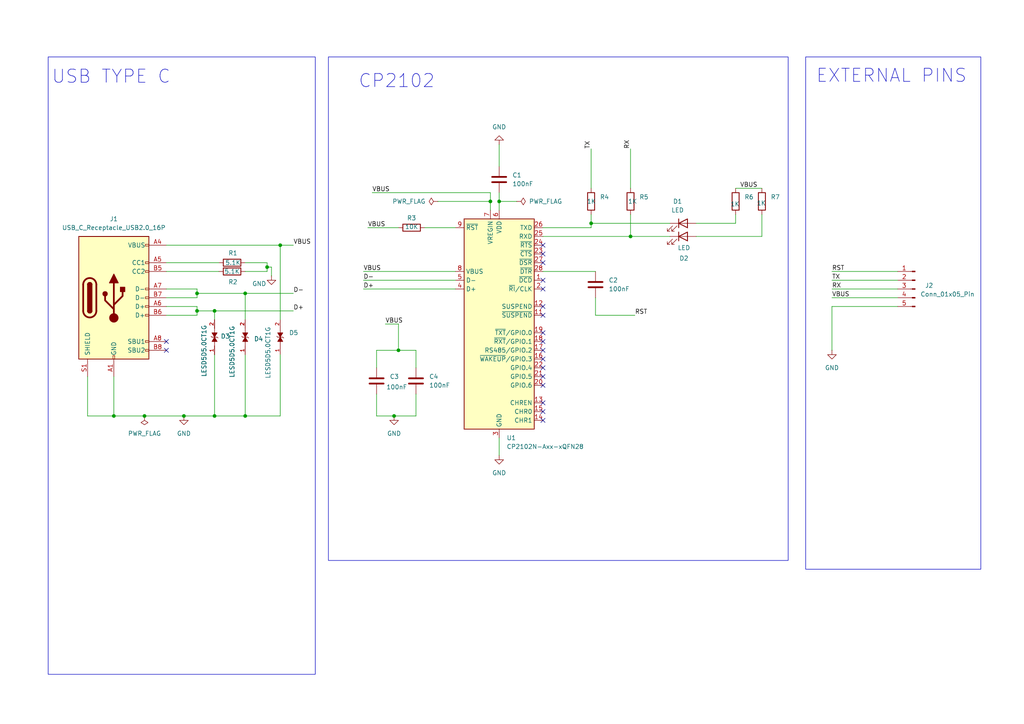
<source format=kicad_sch>
(kicad_sch (version 20250114) (generator "eeschema") (generator_version "9.0")
  (paper "A4")
  (title_block (title "USB to UART Converter with CP2102") (company "FirmwareX") (comment 1 "Drawn by Prathmesh"))
  (lib_symbols
    (symbol "Connector:Conn_01x05_Pin" (pin_names (offset 1.016) (hide yes))
      (property "Reference" "J" (at 0 7.62 0))
      (property "Value" "Conn_01x05_Pin" (at 0 -7.62 0))
      (symbol "Conn_01x05_Pin_1_1"
        (rectangle (start 0.8636 5.207) (end 0 4.953) (stroke (width 0.1524)) (fill (type outline)))
        (rectangle (start 0.8636 2.667) (end 0 2.413) (stroke (width 0.1524)) (fill (type outline)))
        (rectangle (start 0.8636 0.127) (end 0 -0.127) (stroke (width 0.1524)) (fill (type outline)))
        (rectangle (start 0.8636 -2.413) (end 0 -2.667) (stroke (width 0.1524)) (fill (type outline)))
        (rectangle (start 0.8636 -4.953) (end 0 -5.207) (stroke (width 0.1524)) (fill (type outline)))
        (polyline (pts (xy 1.27 5.08) (xy 0.8636 5.08)) (stroke (width 0.1524)))
        (polyline (pts (xy 1.27 2.54) (xy 0.8636 2.54)) (stroke (width 0.1524)))
        (polyline (pts (xy 1.27 0) (xy 0.8636 0)) (stroke (width 0.1524)))
        (polyline (pts (xy 1.27 -2.54) (xy 0.8636 -2.54)) (stroke (width 0.1524)))
        (polyline (pts (xy 1.27 -5.08) (xy 0.8636 -5.08)) (stroke (width 0.1524)))
        (pin passive line (at 5.08 5.08 180) (length 3.81) (name "Pin_1") (number "1"))
        (pin passive line (at 5.08 2.54 180) (length 3.81) (name "Pin_2") (number "2"))
        (pin passive line (at 5.08 0 180) (length 3.81) (name "Pin_3") (number "3"))
        (pin passive line (at 5.08 -2.54 180) (length 3.81) (name "Pin_4") (number "4"))
        (pin passive line (at 5.08 -5.08 180) (length 3.81) (name "Pin_5") (number "5"))
      )
    )
    (symbol "Connector:USB_C_Receptacle_USB2.0_16P" (pin_names (offset 1.016))
      (property "Reference" "J" (at 0 22.225 0))
      (property "Value" "USB_C_Receptacle_USB2.0_16P" (at 0 19.685 0))
      (symbol "USB_C_Receptacle_USB2.0_16P_0_0"
        (rectangle (start -0.254 -17.78) (end 0.254 -16.764))
        (rectangle (start 10.16 15.494) (end 9.144 14.986))
        (rectangle (start 10.16 10.414) (end 9.144 9.906))
        (rectangle (start 10.16 7.874) (end 9.144 7.366))
        (rectangle (start 10.16 2.794) (end 9.144 2.286))
        (rectangle (start 10.16 0.254) (end 9.144 -0.254))
        (rectangle (start 10.16 -2.286) (end 9.144 -2.794))
        (rectangle (start 10.16 -4.826) (end 9.144 -5.334))
        (rectangle (start 10.16 -12.446) (end 9.144 -12.954))
        (rectangle (start 10.16 -14.986) (end 9.144 -15.494))
      )
      (symbol "USB_C_Receptacle_USB2.0_16P_0_1"
        (rectangle (start -10.16 17.78) (end 10.16 -17.78) (stroke (width 0.254)) (fill (type background)))
        (polyline (pts (xy -8.89 -3.81) (xy -8.89 3.81)) (stroke (width 0.508)))
        (rectangle (start -7.62 -3.81) (end -6.35 3.81) (stroke (width 0.254)) (fill (type outline)))
        (arc (start -7.62 3.81) (mid -6.985 4.4423) (end -6.35 3.81) (stroke (width 0.254)))
        (arc (start -7.62 3.81) (mid -6.985 4.4423) (end -6.35 3.81) (stroke (width 0.254)) (fill (type outline)))
        (arc (start -8.89 3.81) (mid -6.985 5.7067) (end -5.08 3.81) (stroke (width 0.508)))
        (arc (start -5.08 -3.81) (mid -6.985 -5.7067) (end -8.89 -3.81) (stroke (width 0.508)))
        (arc (start -6.35 -3.81) (mid -6.985 -4.4423) (end -7.62 -3.81) (stroke (width 0.254)))
        (arc (start -6.35 -3.81) (mid -6.985 -4.4423) (end -7.62 -3.81) (stroke (width 0.254)) (fill (type outline)))
        (polyline (pts (xy -5.08 3.81) (xy -5.08 -3.81)) (stroke (width 0.508)))
        (circle (center -2.54 1.143) (radius 0.635) (stroke (width 0.254)) (fill (type outline)))
        (polyline (pts (xy -1.27 4.318) (xy 0 6.858) (xy 1.27 4.318) (xy -1.27 4.318)) (stroke (width 0.254)) (fill (type outline)))
        (polyline (pts (xy 0 -2.032) (xy 2.54 0.508) (xy 2.54 1.778)) (stroke (width 0.508)))
        (polyline (pts (xy 0 -3.302) (xy -2.54 -0.762) (xy -2.54 0.508)) (stroke (width 0.508)))
        (polyline (pts (xy 0 -5.842) (xy 0 4.318)) (stroke (width 0.508)))
        (circle (center 0 -5.842) (radius 1.27) (fill (type outline)))
        (rectangle (start 1.905 1.778) (end 3.175 3.048) (stroke (width 0.254)) (fill (type outline)))
      )
      (symbol "USB_C_Receptacle_USB2.0_16P_1_1"
        (pin passive line (at -7.62 -22.86 90) (length 5.08) (name "SHIELD") (number "S1"))
        (pin passive line (at 0 -22.86 90) (length 5.08) (name "GND") (number "A1"))
        (pin passive line (at 0 -22.86 90) (length 5.08) (hide yes) (name "GND") (number "A12"))
        (pin passive line (at 0 -22.86 90) (length 5.08) (hide yes) (name "GND") (number "B1"))
        (pin passive line (at 0 -22.86 90) (length 5.08) (hide yes) (name "GND") (number "B12"))
        (pin passive line (at 15.24 15.24 180) (length 5.08) (name "VBUS") (number "A4"))
        (pin passive line (at 15.24 15.24 180) (length 5.08) (hide yes) (name "VBUS") (number "A9"))
        (pin passive line (at 15.24 15.24 180) (length 5.08) (hide yes) (name "VBUS") (number "B4"))
        (pin passive line (at 15.24 15.24 180) (length 5.08) (hide yes) (name "VBUS") (number "B9"))
        (pin bidirectional line (at 15.24 10.16 180) (length 5.08) (name "CC1") (number "A5"))
        (pin bidirectional line (at 15.24 7.62 180) (length 5.08) (name "CC2") (number "B5"))
        (pin bidirectional line (at 15.24 2.54 180) (length 5.08) (name "D-") (number "A7"))
        (pin bidirectional line (at 15.24 0 180) (length 5.08) (name "D-") (number "B7"))
        (pin bidirectional line (at 15.24 -2.54 180) (length 5.08) (name "D+") (number "A6"))
        (pin bidirectional line (at 15.24 -5.08 180) (length 5.08) (name "D+") (number "B6"))
        (pin bidirectional line (at 15.24 -12.7 180) (length 5.08) (name "SBU1") (number "A8"))
        (pin bidirectional line (at 15.24 -15.24 180) (length 5.08) (name "SBU2") (number "B8"))
      )
    )
    (symbol "Device:C" (pin_numbers (hide yes)) (pin_names (offset 0.254))
      (property "Reference" "C" (at 0.635 2.54 0))
      (property "Value" "C" (at 0.635 -2.54 0))
      (symbol "C_0_1"
        (polyline (pts (xy -2.032 0.762) (xy 2.032 0.762)) (stroke (width 0.508)))
        (polyline (pts (xy -2.032 -0.762) (xy 2.032 -0.762)) (stroke (width 0.508)))
      )
      (symbol "C_1_1"
        (pin passive line (at 0 3.81 270) (length 2.794) (name "~") (number "1"))
        (pin passive line (at 0 -3.81 90) (length 2.794) (name "~") (number "2"))
      )
    )
    (symbol "Device:LED" (pin_numbers (hide yes)) (pin_names (offset 1.016) (hide yes))
      (property "Reference" "D" (at 0 2.54 0))
      (property "Value" "LED" (at 0 -2.54 0))
      (symbol "LED_0_1"
        (polyline (pts (xy -3.048 -0.762) (xy -4.572 -2.286) (xy -3.81 -2.286) (xy -4.572 -2.286) (xy -4.572 -1.524)))
        (polyline (pts (xy -1.778 -0.762) (xy -3.302 -2.286) (xy -2.54 -2.286) (xy -3.302 -2.286) (xy -3.302 -1.524)))
        (polyline (pts (xy -1.27 0) (xy 1.27 0)))
        (polyline (pts (xy -1.27 -1.27) (xy -1.27 1.27)) (stroke (width 0.254)))
        (polyline (pts (xy 1.27 -1.27) (xy 1.27 1.27) (xy -1.27 0) (xy 1.27 -1.27)) (stroke (width 0.254)))
      )
      (symbol "LED_1_1"
        (pin passive line (at -3.81 0 0) (length 2.54) (name "K") (number "1"))
        (pin passive line (at 3.81 0 180) (length 2.54) (name "A") (number "2"))
      )
    )
    (symbol "Device:R" (pin_numbers (hide yes)) (pin_names (offset 0))
      (property "Reference" "R" (at 2.032 0 90))
      (property "Value" "R" (at 0 0 90))
      (symbol "R_0_1"
        (rectangle (start -1.016 -2.54) (end 1.016 2.54) (stroke (width 0.254)))
      )
      (symbol "R_1_1"
        (pin passive line (at 0 3.81 270) (length 1.27) (name "~") (number "1"))
        (pin passive line (at 0 -3.81 90) (length 1.27) (name "~") (number "2"))
      )
    )
    (symbol "Interface_USB:CP2102N-Axx-xQFN28"
      (property "Reference" "U" (at -8.89 31.75 0))
      (property "Value" "CP2102N-Axx-xQFN28" (at 12.7 31.75 0))
      (symbol "CP2102N-Axx-xQFN28_0_1"
        (rectangle (start -10.16 30.48) (end 10.16 -30.48) (stroke (width 0.254)) (fill (type background)))
      )
      (symbol "CP2102N-Axx-xQFN28_1_1"
        (pin input line (at -12.7 27.94 0) (length 2.54) (name "~{RST}") (number "9"))
        (pin input line (at -12.7 15.24 0) (length 2.54) (name "VBUS") (number "8"))
        (pin bidirectional line (at -12.7 12.7 0) (length 2.54) (name "D-") (number "5"))
        (pin bidirectional line (at -12.7 10.16 0) (length 2.54) (name "D+") (number "4"))
        (pin no_connect line (at -10.16 -27.94 0) (length 2.54) (hide yes) (name "NC") (number "10"))
        (pin power_in line (at -2.54 33.02 270) (length 2.54) (name "VREGIN") (number "7"))
        (pin power_in line (at 0 33.02 270) (length 2.54) (name "VDD") (number "6"))
        (pin passive line (at 0 -33.02 90) (length 2.54) (hide yes) (name "GND") (number "29"))
        (pin power_in line (at 0 -33.02 90) (length 2.54) (name "GND") (number "3"))
        (pin output line (at 12.7 27.94 180) (length 2.54) (name "TXD") (number "26"))
        (pin input line (at 12.7 25.4 180) (length 2.54) (name "RXD") (number "25"))
        (pin output line (at 12.7 22.86 180) (length 2.54) (name "~{RTS}") (number "24"))
        (pin input line (at 12.7 20.32 180) (length 2.54) (name "~{CTS}") (number "23"))
        (pin input line (at 12.7 17.78 180) (length 2.54) (name "~{DSR}") (number "27"))
        (pin output line (at 12.7 15.24 180) (length 2.54) (name "~{DTR}") (number "28"))
        (pin input line (at 12.7 12.7 180) (length 2.54) (name "~{DCD}") (number "1"))
        (pin bidirectional line (at 12.7 10.16 180) (length 2.54) (name "~{RI}/CLK") (number "2"))
        (pin output line (at 12.7 5.08 180) (length 2.54) (name "SUSPEND") (number "12"))
        (pin output line (at 12.7 2.54 180) (length 2.54) (name "~{SUSPEND}") (number "11"))
        (pin bidirectional line (at 12.7 -2.54 180) (length 2.54) (name "~{TXT}/GPIO.0") (number "19"))
        (pin bidirectional line (at 12.7 -5.08 180) (length 2.54) (name "~{RXT}/GPIO.1") (number "18"))
        (pin bidirectional line (at 12.7 -7.62 180) (length 2.54) (name "RS485/GPIO.2") (number "17"))
        (pin bidirectional line (at 12.7 -10.16 180) (length 2.54) (name "~{WAKEUP}/GPIO.3") (number "16"))
        (pin bidirectional line (at 12.7 -12.7 180) (length 2.54) (name "GPIO.4") (number "22"))
        (pin bidirectional line (at 12.7 -15.24 180) (length 2.54) (name "GPIO.5") (number "21"))
        (pin bidirectional line (at 12.7 -17.78 180) (length 2.54) (name "GPIO.6") (number "20"))
        (pin output line (at 12.7 -22.86 180) (length 2.54) (name "CHREN") (number "13"))
        (pin output line (at 12.7 -25.4 180) (length 2.54) (name "CHR0") (number "15"))
        (pin output line (at 12.7 -27.94 180) (length 2.54) (name "CHR1") (number "14"))
      )
    )
    (symbol "LESD5D5.0CT1G:LESD5D5.0CT1G" (pin_names (offset 1.016))
      (property "Reference" "D" (at -5.08 2.54 0))
      (property "Value" "LESD5D5.0CT1G" (at -5.08 -5.08 0))
      (symbol "LESD5D5.0CT1G_0_0"
        (polyline (pts (xy -1.27 0) (xy -2.54 0)) (stroke (width 0.1524)))
        (polyline (pts (xy 0 0.762) (xy 0.254 1.016)) (stroke (width 0.1524)))
        (polyline (pts (xy 0 0) (xy -1.27 -0.762) (xy -1.27 0.762) (xy 0 0)) (stroke (width 0.1524)) (fill (type outline)))
        (polyline (pts (xy 0 0) (xy 1.27 0.762) (xy 1.27 -0.762) (xy 0 0)) (stroke (width 0.1524)) (fill (type outline)))
        (polyline (pts (xy 0 -0.762) (xy -0.254 -1.016)) (stroke (width 0.1524)))
        (polyline (pts (xy 0 -0.762) (xy 0 0.762)) (stroke (width 0.1524)))
        (polyline (pts (xy 1.27 0) (xy 2.54 0)) (stroke (width 0.1524)))
        (pin passive line (at -5.08 0 0) (length 2.54) (name "~") (number "1"))
        (pin passive line (at 5.08 0 180) (length 2.54) (name "~") (number "2"))
      )
    )
    (symbol "power:GND" (power) (pin_numbers (hide yes)) (pin_names (offset 0) (hide yes))
      (property "Value" "GND" (at 0 -3.81 0))
      (symbol "GND_0_1"
        (polyline (pts (xy 0 0) (xy 0 -1.27) (xy 1.27 -1.27) (xy 0 -2.54) (xy -1.27 -1.27) (xy 0 -1.27)))
      )
      (symbol "GND_1_1"
        (pin power_in line (at 0 0 270) (length 0) (name "~") (number "1"))
      )
    )
    (symbol "power:PWR_FLAG" (power) (pin_numbers (hide yes)) (pin_names (offset 0) (hide yes))
      (property "Value" "PWR_FLAG" (at 0 3.81 0))
      (symbol "PWR_FLAG_0_0"
        (pin power_out line (at 0 0 90) (length 0) (name "~") (number "1"))
      )
      (symbol "PWR_FLAG_0_1"
        (polyline (pts (xy 0 0) (xy 0 1.27) (xy -1.016 1.905) (xy 0 2.54) (xy 1.016 1.905) (xy 0 1.27)))
      )
    )
  )
  (rectangle (start 13.97 16.51) (end 91.44 195.58))
  (rectangle (start 233.68 16.51) (end 284.48 165.1))
  (rectangle (start 95.25 16.51) (end 228.6 162.56))
  (text "EXTERNAL PINS\n" (at 258.572 22.098 0) (effects (font (size 3.81 3.81))))
  (text "USB TYPE C" (at 32.258 22.352 0) (effects (font (size 3.81 3.81))))
  (text "CP2102\n" (at 115.062 23.622 0) (effects (font (size 3.81 3.81))))
  (junction (at 182.88 68.58))
  (junction (at 41.91 120.65))
  (junction (at 144.78 58.42))
  (junction (at 77.47 77.47))
  (junction (at 57.15 85.09))
  (junction (at 142.24 58.42))
  (junction (at 171.45 64.77))
  (junction (at 114.3 120.65))
  (junction (at 62.23 120.65))
  (junction (at 57.15 90.17))
  (junction (at 71.12 85.09))
  (junction (at 33.02 120.65))
  (junction (at 62.23 90.17))
  (junction (at 81.28 71.12))
  (junction (at 115.57 101.6))
  (junction (at 53.34 120.65))
  (junction (at 71.12 120.65))
  (no_connect (at 157.48 73.66))
  (no_connect (at 157.48 119.38))
  (no_connect (at 157.48 111.76))
  (no_connect (at 157.48 121.92))
  (no_connect (at 157.48 101.6))
  (no_connect (at 157.48 99.06))
  (no_connect (at 157.48 83.82))
  (no_connect (at 157.48 96.52))
  (no_connect (at 157.48 88.9))
  (no_connect (at 157.48 116.84))
  (no_connect (at 157.48 71.12))
  (no_connect (at 157.48 81.28))
  (no_connect (at 157.48 106.68))
  (no_connect (at 157.48 91.44))
  (no_connect (at 157.48 104.14))
  (no_connect (at 48.26 99.06))
  (no_connect (at 48.26 101.6))
  (no_connect (at 157.48 76.2))
  (no_connect (at 157.48 109.22))
  (wire (pts (xy 53.34 120.65) (xy 41.91 120.65)))
  (wire (pts (xy 48.26 78.74) (xy 63.5 78.74)))
  (wire (pts (xy 48.26 86.36) (xy 57.15 86.36)))
  (wire (pts (xy 220.98 68.58) (xy 201.93 68.58)))
  (wire (pts (xy 157.48 78.74) (xy 172.72 78.74)))
  (wire (pts (xy 33.02 120.65) (xy 33.02 109.22)))
  (wire (pts (xy 109.22 106.68) (xy 109.22 101.6)))
  (wire (pts (xy 127 58.42) (xy 142.24 58.42)))
  (wire (pts (xy 241.3 88.9) (xy 260.35 88.9)))
  (wire (pts (xy 71.12 120.65) (xy 62.23 120.65)))
  (wire (pts (xy 144.78 127) (xy 144.78 132.08)))
  (wire (pts (xy 109.22 120.65) (xy 114.3 120.65)))
  (wire (pts (xy 115.57 93.98) (xy 111.76 93.98)))
  (wire (pts (xy 62.23 92.71) (xy 62.23 90.17)))
  (wire (pts (xy 48.26 88.9) (xy 57.15 88.9)))
  (wire (pts (xy 71.12 85.09) (xy 71.12 92.71)))
  (wire (pts (xy 57.15 85.09) (xy 71.12 85.09)))
  (wire (pts (xy 77.47 76.2) (xy 77.47 77.47)))
  (wire (pts (xy 71.12 85.09) (xy 85.09 85.09)))
  (wire (pts (xy 220.98 62.23) (xy 220.98 68.58)))
  (wire (pts (xy 241.3 88.9) (xy 241.3 101.6)))
  (wire (pts (xy 182.88 68.58) (xy 194.31 68.58)))
  (wire (pts (xy 71.12 76.2) (xy 77.47 76.2)))
  (wire (pts (xy 241.3 83.82) (xy 260.35 83.82)))
  (wire (pts (xy 57.15 83.82) (xy 57.15 85.09)))
  (wire (pts (xy 48.26 83.82) (xy 57.15 83.82)))
  (wire (pts (xy 109.22 114.3) (xy 109.22 120.65)))
  (wire (pts (xy 171.45 64.77) (xy 171.45 62.23)))
  (wire (pts (xy 25.4 120.65) (xy 33.02 120.65)))
  (wire (pts (xy 77.47 77.47) (xy 77.47 78.74)))
  (wire (pts (xy 78.74 80.01) (xy 78.74 77.47)))
  (wire (pts (xy 182.88 62.23) (xy 182.88 68.58)))
  (wire (pts (xy 57.15 85.09) (xy 57.15 86.36)))
  (wire (pts (xy 142.24 55.88) (xy 142.24 58.42)))
  (wire (pts (xy 142.24 58.42) (xy 142.24 60.96)))
  (wire (pts (xy 48.26 71.12) (xy 81.28 71.12)))
  (wire (pts (xy 57.15 88.9) (xy 57.15 90.17)))
  (wire (pts (xy 213.36 62.23) (xy 213.36 64.77)))
  (wire (pts (xy 171.45 66.04) (xy 171.45 64.77)))
  (wire (pts (xy 71.12 102.87) (xy 71.12 120.65)))
  (wire (pts (xy 25.4 109.22) (xy 25.4 120.65)))
  (wire (pts (xy 172.72 91.44) (xy 184.15 91.44)))
  (wire (pts (xy 241.3 78.74) (xy 260.35 78.74)))
  (wire (pts (xy 182.88 43.18) (xy 182.88 54.61)))
  (wire (pts (xy 144.78 55.88) (xy 144.78 58.42)))
  (wire (pts (xy 241.3 86.36) (xy 260.35 86.36)))
  (wire (pts (xy 172.72 91.44) (xy 172.72 86.36)))
  (wire (pts (xy 77.47 78.74) (xy 71.12 78.74)))
  (wire (pts (xy 81.28 71.12) (xy 85.09 71.12)))
  (wire (pts (xy 78.74 77.47) (xy 77.47 77.47)))
  (wire (pts (xy 120.65 101.6) (xy 120.65 106.68)))
  (wire (pts (xy 81.28 71.12) (xy 81.28 92.71)))
  (wire (pts (xy 171.45 43.18) (xy 171.45 54.61)))
  (wire (pts (xy 241.3 81.28) (xy 260.35 81.28)))
  (wire (pts (xy 107.95 55.88) (xy 142.24 55.88)))
  (wire (pts (xy 144.78 41.91) (xy 144.78 48.26)))
  (wire (pts (xy 120.65 120.65) (xy 120.65 114.3)))
  (wire (pts (xy 171.45 64.77) (xy 194.31 64.77)))
  (wire (pts (xy 105.41 81.28) (xy 132.08 81.28)))
  (wire (pts (xy 62.23 90.17) (xy 85.09 90.17)))
  (wire (pts (xy 123.19 66.04) (xy 132.08 66.04)))
  (wire (pts (xy 105.41 83.82) (xy 132.08 83.82)))
  (wire (pts (xy 62.23 120.65) (xy 53.34 120.65)))
  (wire (pts (xy 144.78 58.42) (xy 144.78 60.96)))
  (wire (pts (xy 157.48 66.04) (xy 171.45 66.04)))
  (wire (pts (xy 57.15 90.17) (xy 57.15 91.44)))
  (wire (pts (xy 48.26 76.2) (xy 63.5 76.2)))
  (wire (pts (xy 201.93 64.77) (xy 213.36 64.77)))
  (wire (pts (xy 213.36 54.61) (xy 220.98 54.61)))
  (wire (pts (xy 62.23 90.17) (xy 57.15 90.17)))
  (wire (pts (xy 81.28 120.65) (xy 71.12 120.65)))
  (wire (pts (xy 106.68 66.04) (xy 115.57 66.04)))
  (wire (pts (xy 182.88 68.58) (xy 157.48 68.58)))
  (wire (pts (xy 109.22 101.6) (xy 115.57 101.6)))
  (wire (pts (xy 57.15 91.44) (xy 48.26 91.44)))
  (wire (pts (xy 62.23 102.87) (xy 62.23 120.65)))
  (wire (pts (xy 41.91 120.65) (xy 33.02 120.65)))
  (wire (pts (xy 114.3 120.65) (xy 120.65 120.65)))
  (wire (pts (xy 149.86 58.42) (xy 144.78 58.42)))
  (wire (pts (xy 105.41 78.74) (xy 132.08 78.74)))
  (wire (pts (xy 81.28 102.87) (xy 81.28 120.65)))
  (wire (pts (xy 115.57 101.6) (xy 120.65 101.6)))
  (wire (pts (xy 115.57 101.6) (xy 115.57 93.98)))
  (label "TX" (at 241.3 81.28 0))
  (label "RX" (at 182.88 43.18 90))
  (label "VBUS" (at 106.68 66.04 0))
  (label "VBUS" (at 111.76 93.98 0))
  (label "D-" (at 85.09 85.09 0))
  (label "VBUS" (at 214.63 54.61 0))
  (label "VBUS" (at 107.95 55.88 0))
  (label "D+" (at 105.41 83.82 0))
  (label "D+" (at 85.09 90.17 0))
  (label "D-" (at 105.41 81.28 0))
  (label "RST" (at 241.3 78.74 0))
  (label "VBUS" (at 241.3 86.36 0))
  (label "VBUS" (at 105.41 78.74 0))
  (label "RST" (at 184.15 91.44 0))
  (label "TX" (at 171.45 43.18 90))
  (label "VBUS" (at 85.09 71.12 0))
  (label "RX" (at 241.3 83.82 0))
  (symbol (lib_id "Device:C") (at 120.65 110.49 0) (unit 1)
    (property "Reference" "C4" (at 124.46 109.2199 0) (effects (justify left)))
    (property "Value" "100nF" (at 124.46 111.7599 0) (effects (justify left)))
    (property "Footprint" "Capacitor_SMD:C_0201_0603Metric" (effects (hide yes)))
    (property "Description" "Unpolarized capacitor" (effects (hide yes)))
  )
  (symbol (lib_id "Device:C") (at 109.22 110.49 0) (unit 1)
    (property "Reference" "C3" (at 113.03 109.2199 0) (effects (justify left)))
    (property "Value" "100nF" (at 112.014 112.268 0) (effects (justify left)))
    (property "Footprint" "Capacitor_SMD:C_0201_0603Metric" (effects (hide yes)))
    (property "Description" "Unpolarized capacitor" (effects (hide yes)))
  )
  (symbol (lib_id "Device:R") (at 119.38 66.04 90) (unit 1)
    (property "Reference" "R3" (at 119.38 63.246 90))
    (property "Value" "10K" (at 119.38 65.786 90))
    (property "Footprint" "Resistor_SMD:R_0201_0603Metric" (effects (hide yes)))
    (property "Description" "Resistor" (effects (hide yes)))
  )
  (symbol (lib_id "Device:R") (at 67.31 76.2 90) (unit 1)
    (property "Reference" "R1" (at 67.564 73.406 90))
    (property "Value" "5.1K" (at 67.564 76.2 90))
    (property "Footprint" "Resistor_SMD:R_0201_0603Metric" (effects (hide yes)))
    (property "Description" "Resistor" (effects (hide yes)))
  )
  (symbol (lib_id "Device:LED") (at 198.12 64.77 0) (unit 1)
    (property "Reference" "D1" (at 196.5325 58.42 0))
    (property "Value" "LED" (at 196.5325 60.96 0))
    (property "Footprint" "LED_SMD:LED_0201_0603Metric" (effects (hide yes)))
    (property "Description" "Light emitting diode" (effects (hide yes)))
    (property "Sim.Pins" "1=K 2=A" (effects (hide yes)))
  )
  (symbol (lib_id "power:PWR_FLAG") (at 127 58.42 90) (unit 1)
    (property "Reference" "#FLG03" (effects (hide yes)))
    (property "Value" "PWR_FLAG" (at 118.618 58.42 90))
    (property "Description" "Special symbol for telling ERC where power comes from" (effects (hide yes)))
  )
  (symbol (lib_id "LESD5D5.0CT1G:LESD5D5.0CT1G") (at 81.28 97.79 90) (unit 1)
    (property "Reference" "D5" (at 83.82 96.5199 90) (effects (justify right)))
    (property "Value" "LESD5D5.0CT1G" (at 77.724 94.742 0) (effects (justify right)))
    (property "Footprint" "LESD5D5.0CT1G:TVS_LESD5D5.0CT1G" (effects (hide yes)))
    (property "MF" "Leshan Radio Co." (effects (hide yes)))
    (property "MAXIMUM_PACKAGE_HEIGHT" "0.7 mm" (effects (hide yes)))
    (property "Package" "None" (effects (hide yes)))
    (property "Price" "None" (effects (hide yes)))
    (property "Check_prices" "https://www.snapeda.com/parts/LESD5D5.0CT1G/Leshan+Radio/view-part/?ref=eda" (effects (hide yes)))
    (property "STANDARD" "Manufacturer Recommendations" (effects (hide yes)))
    (property "PARTREV" "O" (effects (hide yes)))
    (property "SnapEDA_Link" "https://www.snapeda.com/parts/LESD5D5.0CT1G/Leshan+Radio/view-part/?ref=snap" (effects (hide yes)))
    (property "MP" "LESD5D5.0CT1G" (effects (hide yes)))
    (property "Description_1" "Transient Voltage Suppressors for ESD Protection" (effects (hide yes)))
    (property "Availability" "In Stock" (effects (hide yes)))
    (property "MANUFACTURER" "LRC" (effects (hide yes)))
  )
  (symbol (lib_id "Interface_USB:CP2102N-Axx-xQFN28") (at 144.78 93.98 0) (unit 1)
    (property "Reference" "U1" (at 146.9233 127 0) (effects (justify left)))
    (property "Value" "CP2102N-Axx-xQFN28" (at 146.9233 129.54 0) (effects (justify left)))
    (property "Footprint" "Package_DFN_QFN:QFN-28-1EP_5x5mm_P0.5mm_EP3.35x3.35mm" (effects (hide yes)))
    (property "Datasheet" "https://www.silabs.com/documents/public/data-sheets/cp2102n-datasheet.pdf" (effects (hide yes)))
    (property "Description" "USB to UART master bridge, QFN-28" (effects (hide yes)))
  )
  (symbol (lib_id "Device:C") (at 144.78 52.07 0) (unit 1)
    (property "Reference" "C1" (at 148.59 50.7999 0) (effects (justify left)))
    (property "Value" "100nF" (at 148.59 53.3399 0) (effects (justify left)))
    (property "Footprint" "Capacitor_SMD:C_0201_0603Metric" (effects (hide yes)))
    (property "Description" "Unpolarized capacitor" (effects (hide yes)))
  )
  (symbol (lib_id "power:PWR_FLAG") (at 41.91 120.65 0) (mirror x) (unit 1)
    (property "Reference" "#FLG01" (effects (hide yes)))
    (property "Value" "PWR_FLAG" (at 41.91 125.73 0))
    (property "Description" "Special symbol for telling ERC where power comes from" (effects (hide yes)))
  )
  (symbol (lib_id "power:PWR_FLAG") (at 149.86 58.42 270) (mirror x) (unit 1)
    (property "Reference" "#FLG02" (effects (hide yes)))
    (property "Value" "PWR_FLAG" (at 158.242 58.42 90))
    (property "Description" "Special symbol for telling ERC where power comes from" (effects (hide yes)))
  )
  (symbol (lib_id "Device:LED") (at 198.12 68.58 0) (unit 1)
    (property "Reference" "D2" (at 198.374 74.93 0))
    (property "Value" "LED" (at 198.374 71.882 0))
    (property "Footprint" "LED_SMD:LED_0201_0603Metric" (effects (hide yes)))
    (property "Description" "Light emitting diode" (effects (hide yes)))
    (property "Sim.Pins" "1=K 2=A" (effects (hide yes)))
  )
  (symbol (lib_id "power:GND") (at 114.3 120.65 0) (unit 1)
    (property "Reference" "#PWR03" (effects (hide yes)))
    (property "Value" "GND" (at 114.3 125.73 0))
    (property "Description" "Power symbol creates a global label with name \"GND\" , ground" (effects (hide yes)))
  )
  (symbol (lib_id "Device:C") (at 172.72 82.55 0) (unit 1)
    (property "Reference" "C2" (at 176.53 81.2799 0) (effects (justify left)))
    (property "Value" "100nF" (at 176.53 83.8199 0) (effects (justify left)))
    (property "Footprint" "Capacitor_SMD:C_0201_0603Metric" (effects (hide yes)))
    (property "Description" "Unpolarized capacitor" (effects (hide yes)))
  )
  (symbol (lib_id "Device:R") (at 67.31 78.74 90) (unit 1)
    (property "Reference" "R2" (at 67.564 81.788 90))
    (property "Value" "5.1K" (at 67.31 78.74 90))
    (property "Footprint" "Resistor_SMD:R_0201_0603Metric" (effects (hide yes)))
    (property "Description" "Resistor" (effects (hide yes)))
  )
  (symbol (lib_id "Device:R") (at 171.45 58.42 0) (unit 1)
    (property "Reference" "R4" (at 173.99 57.1499 0) (effects (justify left)))
    (property "Value" "1K" (at 170.18 58.42 0) (effects (justify left)))
    (property "Footprint" "Resistor_SMD:R_0201_0603Metric" (effects (hide yes)))
    (property "Description" "Resistor" (effects (hide yes)))
  )
  (symbol (lib_id "Device:R") (at 182.88 58.42 0) (unit 1)
    (property "Reference" "R5" (at 185.42 57.1499 0) (effects (justify left)))
    (property "Value" "1K" (at 182.118 58.42 0) (effects (justify left)))
    (property "Footprint" "Resistor_SMD:R_0201_0603Metric" (effects (hide yes)))
    (property "Description" "Resistor" (effects (hide yes)))
  )
  (symbol (lib_id "LESD5D5.0CT1G:LESD5D5.0CT1G") (at 62.23 97.79 90) (unit 1)
    (property "Reference" "D3" (at 64.008 97.536 90) (effects (justify right)))
    (property "Value" "LESD5D5.0CT1G" (at 59.182 94.234 0) (effects (justify right)))
    (property "Footprint" "LESD5D5.0CT1G:TVS_LESD5D5.0CT1G" (effects (hide yes)))
    (property "MF" "Leshan Radio Co." (effects (hide yes)))
    (property "MAXIMUM_PACKAGE_HEIGHT" "0.7 mm" (effects (hide yes)))
    (property "Package" "None" (effects (hide yes)))
    (property "Price" "None" (effects (hide yes)))
    (property "Check_prices" "https://www.snapeda.com/parts/LESD5D5.0CT1G/Leshan+Radio/view-part/?ref=eda" (effects (hide yes)))
    (property "STANDARD" "Manufacturer Recommendations" (effects (hide yes)))
    (property "PARTREV" "O" (effects (hide yes)))
    (property "SnapEDA_Link" "https://www.snapeda.com/parts/LESD5D5.0CT1G/Leshan+Radio/view-part/?ref=snap" (effects (hide yes)))
    (property "MP" "LESD5D5.0CT1G" (effects (hide yes)))
    (property "Description_1" "Transient Voltage Suppressors for ESD Protection" (effects (hide yes)))
    (property "Availability" "In Stock" (effects (hide yes)))
    (property "MANUFACTURER" "LRC" (effects (hide yes)))
  )
  (symbol (lib_id "power:GND") (at 78.74 80.01 0) (unit 1)
    (property "Reference" "#PWR06" (effects (hide yes)))
    (property "Value" "GND" (at 75.184 82.296 0))
    (property "Description" "Power symbol creates a global label with name \"GND\" , ground" (effects (hide yes)))
  )
  (symbol (lib_id "power:GND") (at 144.78 41.91 0) (mirror x) (unit 1)
    (property "Reference" "#PWR05" (effects (hide yes)))
    (property "Value" "GND" (at 144.78 36.83 0))
    (property "Description" "Power symbol creates a global label with name \"GND\" , ground" (effects (hide yes)))
  )
  (symbol (lib_id "LESD5D5.0CT1G:LESD5D5.0CT1G") (at 71.12 97.79 90) (unit 1)
    (property "Reference" "D4" (at 73.66 98.298 90) (effects (justify right)))
    (property "Value" "LESD5D5.0CT1G" (at 67.31 94.488 0) (effects (justify right)))
    (property "Footprint" "LESD5D5.0CT1G:TVS_LESD5D5.0CT1G" (effects (hide yes)))
    (property "MF" "Leshan Radio Co." (effects (hide yes)))
    (property "MAXIMUM_PACKAGE_HEIGHT" "0.7 mm" (effects (hide yes)))
    (property "Package" "None" (effects (hide yes)))
    (property "Price" "None" (effects (hide yes)))
    (property "Check_prices" "https://www.snapeda.com/parts/LESD5D5.0CT1G/Leshan+Radio/view-part/?ref=eda" (effects (hide yes)))
    (property "STANDARD" "Manufacturer Recommendations" (effects (hide yes)))
    (property "PARTREV" "O" (effects (hide yes)))
    (property "SnapEDA_Link" "https://www.snapeda.com/parts/LESD5D5.0CT1G/Leshan+Radio/view-part/?ref=snap" (effects (hide yes)))
    (property "MP" "LESD5D5.0CT1G" (effects (hide yes)))
    (property "Description_1" "Transient Voltage Suppressors for ESD Protection" (effects (hide yes)))
    (property "Availability" "In Stock" (effects (hide yes)))
    (property "MANUFACTURER" "LRC" (effects (hide yes)))
  )
  (symbol (lib_id "power:GND") (at 144.78 132.08 0) (unit 1)
    (property "Reference" "#PWR07" (effects (hide yes)))
    (property "Value" "GND" (at 144.78 137.16 0))
    (property "Description" "Power symbol creates a global label with name \"GND\" , ground" (effects (hide yes)))
  )
  (symbol (lib_id "Connector:Conn_01x05_Pin") (at 265.43 83.82 0) (mirror y) (unit 1)
    (property "Reference" "J2" (at 269.494 82.804 0))
    (property "Value" "Conn_01x05_Pin" (at 274.828 85.344 0))
    (property "Footprint" "Connector_PinHeader_2.54mm:PinHeader_1x05_P2.54mm_Vertical" (effects (hide yes)))
    (property "Description" "Generic connector, single row, 01x05, script generated" (effects (hide yes)))
  )
  (symbol (lib_id "Device:R") (at 220.98 58.42 0) (unit 1)
    (property "Reference" "R7" (at 223.52 57.1499 0) (effects (justify left)))
    (property "Value" "1K" (at 219.456 58.928 0) (effects (justify left)))
    (property "Footprint" "Resistor_SMD:R_0201_0603Metric" (effects (hide yes)))
    (property "Description" "Resistor" (effects (hide yes)))
  )
  (symbol (lib_id "Connector:USB_C_Receptacle_USB2.0_16P") (at 33.02 86.36 0) (unit 1)
    (property "Reference" "J1" (at 33.02 63.5 0))
    (property "Value" "USB_C_Receptacle_USB2.0_16P" (at 33.02 66.04 0))
    (property "Footprint" "Connector_USB:USB_C_Receptacle_HRO_TYPE-C-31-M-12" (effects (hide yes)))
    (property "Datasheet" "https://www.usb.org/sites/default/files/documents/usb_type-c.zip" (effects (hide yes)))
    (property "Description" "USB 2.0-only 16P Type-C Receptacle connector" (effects (hide yes)))
  )
  (symbol (lib_id "Device:R") (at 213.36 58.42 0) (unit 1)
    (property "Reference" "R6" (at 215.9 57.1499 0) (effects (justify left)))
    (property "Value" "1K" (at 211.836 59.182 0) (effects (justify left)))
    (property "Footprint" "Resistor_SMD:R_0201_0603Metric" (effects (hide yes)))
    (property "Description" "Resistor" (effects (hide yes)))
  )
  (symbol (lib_id "power:GND") (at 241.3 101.6 0) (unit 1)
    (property "Reference" "#PWR01" (effects (hide yes)))
    (property "Value" "GND" (at 241.3 106.68 0))
    (property "Description" "Power symbol creates a global label with name \"GND\" , ground" (effects (hide yes)))
  )
  (symbol (lib_id "power:GND") (at 53.34 120.65 0) (unit 1)
    (property "Reference" "#PWR04" (effects (hide yes)))
    (property "Value" "GND" (at 53.34 125.73 0))
    (property "Description" "Power symbol creates a global label with name \"GND\" , ground" (effects (hide yes)))
  )
)
</source>
